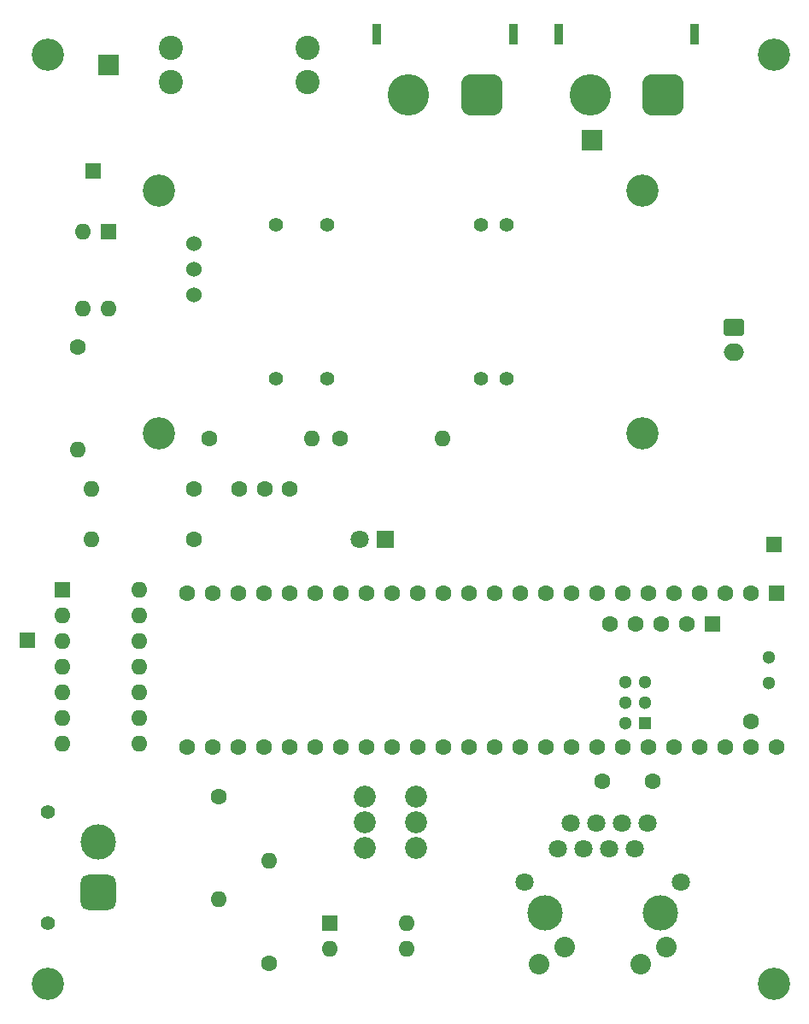
<source format=gbr>
%TF.GenerationSoftware,KiCad,Pcbnew,8.0.6-8.0.6-0~ubuntu22.04.1*%
%TF.CreationDate,2025-01-19T00:56:53+00:00*%
%TF.ProjectId,miniv_motor_controller_board,6d696e69-765f-46d6-9f74-6f725f636f6e,rev?*%
%TF.SameCoordinates,Original*%
%TF.FileFunction,Soldermask,Top*%
%TF.FilePolarity,Negative*%
%FSLAX46Y46*%
G04 Gerber Fmt 4.6, Leading zero omitted, Abs format (unit mm)*
G04 Created by KiCad (PCBNEW 8.0.6-8.0.6-0~ubuntu22.04.1) date 2025-01-19 00:56:53*
%MOMM*%
%LPD*%
G01*
G04 APERTURE LIST*
G04 Aperture macros list*
%AMRoundRect*
0 Rectangle with rounded corners*
0 $1 Rounding radius*
0 $2 $3 $4 $5 $6 $7 $8 $9 X,Y pos of 4 corners*
0 Add a 4 corners polygon primitive as box body*
4,1,4,$2,$3,$4,$5,$6,$7,$8,$9,$2,$3,0*
0 Add four circle primitives for the rounded corners*
1,1,$1+$1,$2,$3*
1,1,$1+$1,$4,$5*
1,1,$1+$1,$6,$7*
1,1,$1+$1,$8,$9*
0 Add four rect primitives between the rounded corners*
20,1,$1+$1,$2,$3,$4,$5,0*
20,1,$1+$1,$4,$5,$6,$7,0*
20,1,$1+$1,$6,$7,$8,$9,0*
20,1,$1+$1,$8,$9,$2,$3,0*%
G04 Aperture macros list end*
%ADD10C,1.600000*%
%ADD11O,1.600000X1.600000*%
%ADD12RoundRect,0.250000X-0.750000X0.600000X-0.750000X-0.600000X0.750000X-0.600000X0.750000X0.600000X0*%
%ADD13O,2.000000X1.700000*%
%ADD14RoundRect,0.250000X-0.550000X-0.550000X0.550000X-0.550000X0.550000X0.550000X-0.550000X0.550000X0*%
%ADD15R,1.600000X1.600000*%
%ADD16R,0.900000X2.000000*%
%ADD17RoundRect,1.025000X-1.025000X-1.025000X1.025000X-1.025000X1.025000X1.025000X-1.025000X1.025000X0*%
%ADD18C,4.100000*%
%ADD19C,3.200000*%
%ADD20R,1.300000X1.300000*%
%ADD21C,1.300000*%
%ADD22C,1.400000*%
%ADD23RoundRect,0.770000X0.980000X-0.980000X0.980000X0.980000X-0.980000X0.980000X-0.980000X-0.980000X0*%
%ADD24C,3.500000*%
%ADD25RoundRect,0.250001X-0.799999X-0.799999X0.799999X-0.799999X0.799999X0.799999X-0.799999X0.799999X0*%
%ADD26C,2.180000*%
%ADD27C,1.800000*%
%ADD28C,2.040000*%
%ADD29C,1.524000*%
%ADD30C,2.400000*%
%ADD31R,1.800000X1.800000*%
G04 APERTURE END LIST*
D10*
%TO.C,R5*%
X68000000Y-144000000D03*
D11*
X68000000Y-133840000D03*
%TD*%
D12*
%TO.C,J4*%
X114000000Y-81000000D03*
D13*
X114000000Y-83500000D03*
%TD*%
D14*
%TO.C,JP4*%
X44000000Y-112000000D03*
%TD*%
D15*
%TO.C,U2*%
X74000000Y-140000000D03*
D11*
X74000000Y-142540000D03*
X81620000Y-142540000D03*
X81620000Y-140000000D03*
%TD*%
D16*
%TO.C,J2*%
X78650000Y-52000000D03*
X92150000Y-52000000D03*
D17*
X89000000Y-58000000D03*
D18*
X81800000Y-58000000D03*
%TD*%
D19*
%TO.C,H3*%
X118000000Y-54000000D03*
%TD*%
D14*
%TO.C,JP6*%
X50500000Y-65500000D03*
%TD*%
D19*
%TO.C,H1*%
X46000000Y-146000000D03*
%TD*%
D15*
%TO.C,U1*%
X118210000Y-107380000D03*
D10*
X115670000Y-107380000D03*
X113130000Y-107380000D03*
X110590000Y-107380000D03*
X108050000Y-107380000D03*
X105510000Y-107380000D03*
X102970000Y-107380000D03*
X100430000Y-107380000D03*
X97890000Y-107380000D03*
X95350000Y-107380000D03*
X92810000Y-107380000D03*
X90270000Y-107380000D03*
X87730000Y-107380000D03*
X85190000Y-107380000D03*
X82650000Y-107380000D03*
X80110000Y-107380000D03*
X77570000Y-107380000D03*
X75030000Y-107380000D03*
X72490000Y-107380000D03*
X69950000Y-107380000D03*
X67410000Y-107380000D03*
X64870000Y-107380000D03*
X62330000Y-107380000D03*
X59790000Y-107380000D03*
X59790000Y-122620000D03*
X62330000Y-122620000D03*
X64870000Y-122620000D03*
X67410000Y-122620000D03*
X69950000Y-122620000D03*
X72490000Y-122620000D03*
X75030000Y-122620000D03*
X77570000Y-122620000D03*
X80110000Y-122620000D03*
X82650000Y-122620000D03*
X85190000Y-122620000D03*
X87730000Y-122620000D03*
X90270000Y-122620000D03*
X92810000Y-122620000D03*
X95350000Y-122620000D03*
X97890000Y-122620000D03*
X100430000Y-122620000D03*
X102970000Y-122620000D03*
X105510000Y-122620000D03*
X108050000Y-122620000D03*
X110590000Y-122620000D03*
X113130000Y-122620000D03*
X115670000Y-122620000D03*
X118210000Y-122620000D03*
X115670000Y-120080000D03*
D15*
X111910800Y-110430800D03*
D10*
X109370800Y-110430800D03*
X106830800Y-110430800D03*
X104290800Y-110430800D03*
X101750800Y-110430800D03*
D20*
X105240000Y-120181600D03*
D21*
X105240000Y-118181600D03*
X105240000Y-116181600D03*
X103240000Y-116181600D03*
X103240000Y-118181600D03*
X103240000Y-120181600D03*
X117480000Y-116270000D03*
X117480000Y-113730000D03*
%TD*%
D22*
%TO.C,J3*%
X46000000Y-140000000D03*
X46000000Y-129000000D03*
D23*
X51000000Y-137000000D03*
D24*
X51000000Y-132000000D03*
%TD*%
D10*
%TO.C,R1*%
X60500000Y-97000000D03*
D11*
X50340000Y-97000000D03*
%TD*%
D16*
%TO.C,J1*%
X96650000Y-52000000D03*
X110150000Y-52000000D03*
D17*
X107000000Y-58000000D03*
D18*
X99800000Y-58000000D03*
%TD*%
D25*
%TO.C,JP7*%
X100000000Y-62500000D03*
%TD*%
D19*
%TO.C,H4*%
X118000000Y-146000000D03*
%TD*%
D15*
%TO.C,U6*%
X47500000Y-107000000D03*
D11*
X47500000Y-109540000D03*
X47500000Y-112080000D03*
X47500000Y-114620000D03*
X47500000Y-117160000D03*
X47500000Y-119700000D03*
X47500000Y-122240000D03*
X55120000Y-122240000D03*
X55120000Y-119700000D03*
X55120000Y-117160000D03*
X55120000Y-114620000D03*
X55120000Y-112080000D03*
X55120000Y-109540000D03*
X55120000Y-107000000D03*
%TD*%
D26*
%TO.C,SW1*%
X82540000Y-127460000D03*
X82540000Y-130000000D03*
X82540000Y-132540000D03*
X77460000Y-127460000D03*
X77460000Y-130000000D03*
X77460000Y-132540000D03*
%TD*%
D27*
%TO.C,U5*%
X93250000Y-135950000D03*
D24*
X95285000Y-139000000D03*
X106715000Y-139000000D03*
D27*
X108750000Y-135950000D03*
X96555000Y-132650000D03*
X97825000Y-130110000D03*
X99095000Y-132650000D03*
X100365000Y-130110000D03*
X101635000Y-132650000D03*
X102905000Y-130110000D03*
X104175000Y-132650000D03*
X105445000Y-130110000D03*
D28*
X94675000Y-144080000D03*
X97215000Y-142380000D03*
X104785000Y-144080000D03*
X107325000Y-142380000D03*
%TD*%
D29*
%TO.C,M78AR05-1*%
X60500000Y-72710000D03*
X60500000Y-75250000D03*
X60516000Y-77790000D03*
%TD*%
D30*
%TO.C,F1*%
X71735000Y-56700000D03*
X71735000Y-53300000D03*
X58265000Y-56700000D03*
X58265000Y-53300000D03*
%TD*%
D10*
%TO.C,R2*%
X49000000Y-83000000D03*
D11*
X49000000Y-93160000D03*
%TD*%
D14*
%TO.C,JP5*%
X118000000Y-102500000D03*
%TD*%
D19*
%TO.C,U4*%
X105000000Y-91500000D03*
X105000000Y-67500000D03*
X57000000Y-91500000D03*
X57000000Y-67500000D03*
%TD*%
D15*
%TO.C,U3*%
X52000000Y-71500000D03*
D11*
X49460000Y-71500000D03*
X49460000Y-79120000D03*
X52000000Y-79120000D03*
%TD*%
D25*
%TO.C,JP2*%
X52000000Y-55000000D03*
%TD*%
D10*
%TO.C,SW2*%
X65000000Y-97000000D03*
X67500000Y-97000000D03*
X70000000Y-97000000D03*
%TD*%
%TO.C,R8*%
X75000000Y-92000000D03*
D11*
X85160000Y-92000000D03*
%TD*%
D22*
%TO.C,U7*%
X73680000Y-86110000D03*
X91460000Y-86110000D03*
X88920000Y-86110000D03*
X68600000Y-86110000D03*
X68600000Y-70890000D03*
X73680000Y-70890000D03*
X88920000Y-70890000D03*
X91460000Y-70890000D03*
%TD*%
D10*
%TO.C,R6*%
X63000000Y-127500000D03*
D11*
X63000000Y-137660000D03*
%TD*%
D31*
%TO.C,D2*%
X79500000Y-102000000D03*
D27*
X76960000Y-102000000D03*
%TD*%
D19*
%TO.C,H2*%
X46000000Y-54000000D03*
%TD*%
D10*
%TO.C,R7*%
X62000000Y-92000000D03*
D11*
X72160000Y-92000000D03*
%TD*%
D10*
%TO.C,C1*%
X106000000Y-126000000D03*
X101000000Y-126000000D03*
%TD*%
%TO.C,R4*%
X60500000Y-102000000D03*
D11*
X50340000Y-102000000D03*
%TD*%
M02*

</source>
